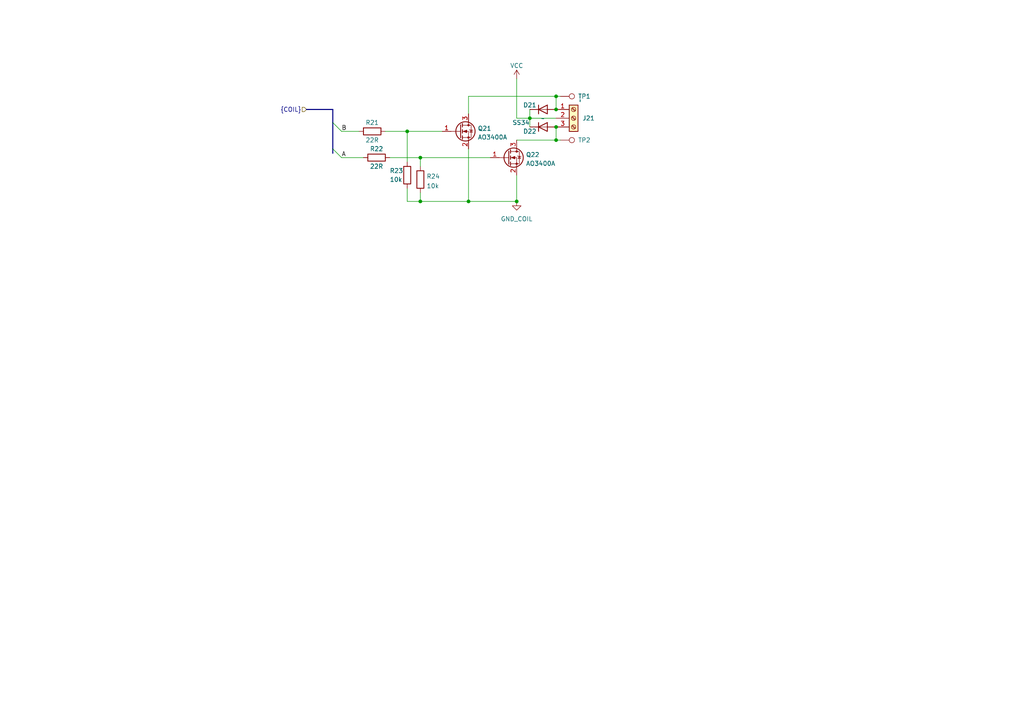
<source format=kicad_sch>
(kicad_sch (version 20231120) (generator "eeschema") (generator_version "8.0")
  (paper "A4")
  (lib_symbols
    (symbol "Connector:Screw_Terminal_01x03" (pin_names (offset 1.016) hide)
      (property "Reference" "J" (at 0 5.08 0))
      (property "Value" "Screw_Terminal_01x03" (at 0 -5.08 0))
      (symbol "Screw_Terminal_01x03_1_1"
        (rectangle (start -1.27 3.81) (end 1.27 -3.81) (stroke (width 0.254)) (fill (type background)))
        (circle (center 0 -2.54) (radius 0.635) (stroke (width 0.1524)))
        (polyline (pts (xy -0.5334 -2.2098) (xy 0.3302 -3.048)) (stroke (width 0.1524)))
        (polyline (pts (xy -0.5334 0.3302) (xy 0.3302 -0.508)) (stroke (width 0.1524)))
        (polyline (pts (xy -0.5334 2.8702) (xy 0.3302 2.032)) (stroke (width 0.1524)))
        (polyline (pts (xy -0.3556 -2.032) (xy 0.508 -2.8702)) (stroke (width 0.1524)))
        (polyline (pts (xy -0.3556 0.508) (xy 0.508 -0.3302)) (stroke (width 0.1524)))
        (polyline (pts (xy -0.3556 3.048) (xy 0.508 2.2098)) (stroke (width 0.1524)))
        (circle (center 0 0) (radius 0.635) (stroke (width 0.1524)))
        (circle (center 0 2.54) (radius 0.635) (stroke (width 0.1524)))
        (pin passive line (at -5.08 2.54 0) (length 3.81) (name "Pin_1") (number "1"))
        (pin passive line (at -5.08 0 0) (length 3.81) (name "Pin_2") (number "2"))
        (pin passive line (at -5.08 -2.54 0) (length 3.81) (name "Pin_3") (number "3"))
      )
    )
    (symbol "Connector:TestPoint" (pin_numbers hide) (pin_names (offset 0.762) hide)
      (property "Reference" "TP" (at 0 6.858 0))
      (property "Value" "TestPoint" (at 0 5.08 0))
      (symbol "TestPoint_0_1"
        (circle (center 0 3.302) (radius 0.762))
      )
      (symbol "TestPoint_1_1"
        (pin passive line (at 0 0 90) (length 2.54) (name "1") (number "1"))
      )
    )
    (symbol "Device:D" (pin_numbers hide) (pin_names (offset 1.016) hide)
      (property "Reference" "D" (at 0 2.54 0))
      (property "Value" "D" (at 0 -2.54 0))
      (symbol "D_0_1"
        (polyline (pts (xy -1.27 1.27) (xy -1.27 -1.27)) (stroke (width 0.254)))
        (polyline (pts (xy 1.27 0) (xy -1.27 0)))
        (polyline (pts (xy 1.27 1.27) (xy 1.27 -1.27) (xy -1.27 0) (xy 1.27 1.27)) (stroke (width 0.254)))
      )
      (symbol "D_1_1"
        (pin passive line (at -3.81 0 0) (length 2.54) (name "K") (number "1"))
        (pin passive line (at 3.81 0 180) (length 2.54) (name "A") (number "2"))
      )
    )
    (symbol "Device:R" (pin_numbers hide) (pin_names (offset 0))
      (property "Reference" "R" (at 2.032 0 90))
      (property "Value" "R" (at 0 0 90))
      (symbol "R_0_1"
        (rectangle (start -1.016 -2.54) (end 1.016 2.54) (stroke (width 0.254)))
      )
      (symbol "R_1_1"
        (pin passive line (at 0 3.81 270) (length 1.27) (name "~") (number "1"))
        (pin passive line (at 0 -3.81 90) (length 1.27) (name "~") (number "2"))
      )
    )
    (symbol "Transistor_FET:AO3400A" (pin_names hide)
      (property "Reference" "Q" (at 5.08 1.905 0))
      (property "Value" "AO3400A" (at 5.08 0 0))
      (symbol "AO3400A_0_1"
        (polyline (pts (xy 0.254 0) (xy -2.54 0)))
        (polyline (pts (xy 0.254 1.905) (xy 0.254 -1.905)) (stroke (width 0.254)))
        (polyline (pts (xy 0.762 -1.27) (xy 0.762 -2.286)) (stroke (width 0.254)))
        (polyline (pts (xy 0.762 0.508) (xy 0.762 -0.508)) (stroke (width 0.254)))
        (polyline (pts (xy 0.762 2.286) (xy 0.762 1.27)) (stroke (width 0.254)))
        (polyline (pts (xy 2.54 2.54) (xy 2.54 1.778)))
        (polyline (pts (xy 2.54 -2.54) (xy 2.54 0) (xy 0.762 0)))
        (polyline (pts (xy 0.762 -1.778) (xy 3.302 -1.778) (xy 3.302 1.778) (xy 0.762 1.778)))
        (polyline (pts (xy 1.016 0) (xy 2.032 0.381) (xy 2.032 -0.381) (xy 1.016 0)) (fill (type outline)))
        (polyline (pts (xy 2.794 0.508) (xy 2.921 0.381) (xy 3.683 0.381) (xy 3.81 0.254)))
        (polyline (pts (xy 3.302 0.381) (xy 2.921 -0.254) (xy 3.683 -0.254) (xy 3.302 0.381)))
        (circle (center 1.651 0) (radius 2.794) (stroke (width 0.254)))
        (circle (center 2.54 -1.778) (radius 0.254) (fill (type outline)))
        (circle (center 2.54 1.778) (radius 0.254) (fill (type outline)))
      )
      (symbol "AO3400A_1_1"
        (pin input line (at -5.08 0 0) (length 2.54) (name "G") (number "1"))
        (pin passive line (at 2.54 -5.08 90) (length 2.54) (name "S") (number "2"))
        (pin passive line (at 2.54 5.08 270) (length 2.54) (name "D") (number "3"))
      )
    )
    (symbol "power:GND" (power) (pin_numbers hide) (pin_names (offset 0) hide)
      (property "Value" "GND" (at 0 -3.81 0))
      (symbol "GND_0_1"
        (polyline (pts (xy 0 0) (xy 0 -1.27) (xy 1.27 -1.27) (xy 0 -2.54) (xy -1.27 -1.27) (xy 0 -1.27)))
      )
      (symbol "GND_1_1"
        (pin power_in line (at 0 0 270) (length 0) (name "~") (number "1"))
      )
    )
    (symbol "power:VCC" (power) (pin_numbers hide) (pin_names (offset 0) hide)
      (property "Value" "VCC" (at 0 3.556 0))
      (symbol "VCC_0_1"
        (polyline (pts (xy -0.762 1.27) (xy 0 2.54)))
        (polyline (pts (xy 0 0) (xy 0 2.54)))
        (polyline (pts (xy 0 2.54) (xy 0.762 1.27)))
      )
      (symbol "VCC_1_1"
        (pin power_in line (at 0 0 90) (length 0) (name "~") (number "1"))
      )
    )
  )
  (junction (at 161.29 27.94))
  (junction (at 153.67 34.29))
  (junction (at 149.86 58.42))
  (junction (at 135.89 58.42))
  (junction (at 121.92 58.42))
  (junction (at 121.92 45.72))
  (junction (at 161.29 31.75))
  (junction (at 161.29 36.83))
  (junction (at 118.11 38.1))
  (junction (at 161.29 40.64))
  (bus_entry (at 96.52 35.56) (size 2.54 2.54))
  (bus_entry (at 96.52 43.18) (size 2.54 2.54))
  (wire (pts (xy 118.11 58.42) (xy 121.92 58.42)))
  (wire (pts (xy 149.86 22.86) (xy 149.86 34.29)))
  (wire (pts (xy 99.06 38.1) (xy 104.14 38.1)))
  (wire (pts (xy 121.92 58.42) (xy 135.89 58.42)))
  (wire (pts (xy 118.11 38.1) (xy 128.27 38.1)))
  (bus (pts (xy 96.52 44.45) (xy 96.52 43.18)))
  (wire (pts (xy 118.11 38.1) (xy 118.11 46.99)))
  (wire (pts (xy 118.11 54.61) (xy 118.11 58.42)))
  (wire (pts (xy 121.92 48.26) (xy 121.92 45.72)))
  (wire (pts (xy 153.67 31.75) (xy 153.67 34.29)))
  (wire (pts (xy 111.76 38.1) (xy 118.11 38.1)))
  (bus (pts (xy 96.52 35.56) (xy 96.52 31.75)))
  (wire (pts (xy 113.03 45.72) (xy 121.92 45.72)))
  (wire (pts (xy 99.06 45.72) (xy 105.41 45.72)))
  (bus (pts (xy 96.52 43.18) (xy 96.52 35.56)))
  (wire (pts (xy 161.29 36.83) (xy 161.29 40.64)))
  (wire (pts (xy 135.89 27.94) (xy 161.29 27.94)))
  (wire (pts (xy 121.92 45.72) (xy 142.24 45.72)))
  (wire (pts (xy 153.67 34.29) (xy 153.67 36.83)))
  (wire (pts (xy 161.29 27.94) (xy 161.29 31.75)))
  (wire (pts (xy 149.86 40.64) (xy 161.29 40.64)))
  (wire (pts (xy 135.89 58.42) (xy 149.86 58.42)))
  (bus (pts (xy 88.9 31.75) (xy 96.52 31.75)))
  (wire (pts (xy 121.92 55.88) (xy 121.92 58.42)))
  (wire (pts (xy 149.86 50.8) (xy 149.86 58.42)))
  (wire (pts (xy 161.29 40.64) (xy 162.56 40.64)))
  (wire (pts (xy 161.29 27.94) (xy 162.56 27.94)))
  (wire (pts (xy 149.86 34.29) (xy 153.67 34.29)))
  (wire (pts (xy 135.89 43.18) (xy 135.89 58.42)))
  (wire (pts (xy 153.67 34.29) (xy 161.29 34.29)))
  (wire (pts (xy 135.89 27.94) (xy 135.89 33.02)))
  (label "B" (at 99.06 38.1 0))
  (label "A" (at 99.06 45.72 0))
  (hierarchical_label "{COIL}" (shape input) (at 88.9 31.75 180))
  (symbol (lib_id "Device:R") (at 121.92 52.07 180) (unit 1)
    (property "Reference" "R24" (at 123.698 51.1615 0) (effects (justify right)))
    (property "Value" "10k" (at 123.698 53.9366 0) (effects (justify right)))
    (property "Footprint" "Resistor_SMD:R_0603_1608Metric_Pad0.98x0.95mm_HandSolder" (effects (hide yes)))
    (property "JLCPCB Part#" "C25804" (effects (hide yes)))
    (instances (project "solenoidDecoder" (path "" (reference "R24") (unit 1)) (path "" (reference "R14") (unit 1)) (path "" (reference "R34") (unit 1)) (path "" (reference "R74") (unit 1)) (path "" (reference "R44") (unit 1)) (path "" (reference "R64") (unit 1)) (path "" (reference "R54") (unit 1)) (path "" (reference "R84") (unit 1))))
  )
  (symbol (lib_id "Connector:TestPoint") (at 162.56 27.94 270) (unit 1)
    (property "Reference" "TP1" (at 167.64 27.94 90) (effects (justify left)))
    (property "Value" "TestPoint" (effects (hide yes)))
    (property "Footprint" "custom_kicad_lib_sk:pogoTestPad" (effects (hide yes)))
    (property "Description" "test point" (effects (hide yes)))
    (instances (project "solenoidDecoder" (path "" (reference "TP1") (unit 1)) (path "" (reference "TP3") (unit 1)) (path "" (reference "TP5") (unit 1)) (path "" (reference "TP13") (unit 1)) (path "" (reference "TP7") (unit 1)) (path "" (reference "TP11") (unit 1)) (path "" (reference "TP9") (unit 1)) (path "" (reference "TP15") (unit 1))))
  )
  (symbol (lib_id "Device:D") (at 157.48 36.83 0) (unit 1)
    (property "Reference" "D22" (at 153.67 38.1 0))
    (property "Value" "~" (at 157.48 34.3686 0))
    (property "Footprint" "Diode_SMD:D_SMA" (effects (hide yes)))
    (property "JLCPCB Part#" "C8678" (effects (hide yes)))
    (instances (project "solenoidDecoder" (path "" (reference "D22") (unit 1)) (path "" (reference "D12") (unit 1)) (path "" (reference "D32") (unit 1)) (path "" (reference "D72") (unit 1)) (path "" (reference "D42") (unit 1)) (path "" (reference "D62") (unit 1)) (path "" (reference "D52") (unit 1)) (path "" (reference "D82") (unit 1))))
  )
  (symbol (lib_id "Connector:TestPoint") (at 162.56 40.64 270) (unit 1)
    (property "Reference" "TP2" (at 167.64 40.64 90) (effects (justify left)))
    (property "Value" "TestPoint" (effects (hide yes)))
    (property "Footprint" "custom_kicad_lib_sk:pogoTestPad" (effects (hide yes)))
    (property "Description" "test point" (effects (hide yes)))
    (instances (project "solenoidDecoder" (path "" (reference "TP2") (unit 1)) (path "" (reference "TP4") (unit 1)) (path "" (reference "TP6") (unit 1)) (path "" (reference "TP14") (unit 1)) (path "" (reference "TP8") (unit 1)) (path "" (reference "TP12") (unit 1)) (path "" (reference "TP10") (unit 1)) (path "" (reference "TP16") (unit 1))))
  )
  (symbol (lib_id "Connector:Screw_Terminal_01x03") (at 166.37 34.29 0) (unit 1)
    (property "Reference" "J21" (at 168.91 34.29 0) (effects (justify left)))
    (property "Value" "~" (at 168.2366 29.718 90) (effects (justify left)))
    (property "Footprint" "Connector_Phoenix_MC:PhoenixContact_MC_1,5_3-G-3.5_1x03_P3.50mm_Horizontal" (effects (hide yes)))
    (property "JLCPCB Part#" "C880573" (effects (hide yes)))
    (instances (project "solenoidDecoder" (path "" (reference "J21") (unit 1)) (path "" (reference "J11") (unit 1)) (path "" (reference "J31") (unit 1)) (path "" (reference "J71") (unit 1)) (path "" (reference "J41") (unit 1)) (path "" (reference "J61") (unit 1)) (path "" (reference "J51") (unit 1)) (path "" (reference "J81") (unit 1))))
  )
  (symbol (lib_id "power:VCC") (at 149.86 22.86 0) (unit 1)
    (property "Reference" "#PWR0401" (effects (hide yes)))
    (property "Value" "VCC" (at 149.86 19.05 0))
    (property "Description" "Power symbol creates a global label with name \"VCC\"" (effects (hide yes)))
    (instances (project "solenoidDecoder" (path "" (reference "#PWR0401") (unit 1)) (path "" (reference "#PWR0601") (unit 1)) (path "" (reference "#PWR0701") (unit 1)) (path "" (reference "#PWR01101") (unit 1)) (path "" (reference "#PWR0801") (unit 1)) (path "" (reference "#PWR01001") (unit 1)) (path "" (reference "#PWR0901") (unit 1)) (path "" (reference "#PWR01201") (unit 1))))
  )
  (symbol (lib_id "Transistor_FET:AO3400A") (at 133.35 38.1 0) (unit 1)
    (property "Reference" "Q21" (at 138.557 37.2653 0) (effects (justify left)))
    (property "Value" "AO3400A" (at 138.557 39.8022 0) (effects (justify left)))
    (property "Footprint" "Package_TO_SOT_SMD:SOT-23" (effects (hide yes)))
    (property "Datasheet" "http://www.aosmd.com/pdfs/datasheet/AO3400A.pdf" (effects (hide yes)))
    (property "JLCPCB Part#" "C20917" (effects (hide yes)))
    (instances (project "solenoidDecoder" (path "" (reference "Q21") (unit 1)) (path "" (reference "Q11") (unit 1)) (path "" (reference "Q31") (unit 1)) (path "" (reference "Q71") (unit 1)) (path "" (reference "Q41") (unit 1)) (path "" (reference "Q61") (unit 1)) (path "" (reference "Q51") (unit 1)) (path "" (reference "Q81") (unit 1))))
  )
  (symbol (lib_id "Device:D") (at 157.48 31.75 0) (unit 1)
    (property "Reference" "D21" (at 153.67 30.48 0))
    (property "Value" "SS34" (at 151.13 35.56 0))
    (property "Footprint" "Diode_SMD:D_SMA" (effects (hide yes)))
    (property "JLCPCB Part#" "C8678" (effects (hide yes)))
    (instances (project "solenoidDecoder" (path "" (reference "D21") (unit 1)) (path "" (reference "D11") (unit 1)) (path "" (reference "D31") (unit 1)) (path "" (reference "D71") (unit 1)) (path "" (reference "D41") (unit 1)) (path "" (reference "D61") (unit 1)) (path "" (reference "D51") (unit 1)) (path "" (reference "D81") (unit 1))))
  )
  (symbol (lib_id "Device:R") (at 118.11 50.8 180) (unit 1)
    (property "Reference" "R23" (at 113.03 49.53 0) (effects (justify right)))
    (property "Value" "10k" (at 113.03 52.07 0) (effects (justify right)))
    (property "Footprint" "Resistor_SMD:R_0603_1608Metric_Pad0.98x0.95mm_HandSolder" (effects (hide yes)))
    (property "JLCPCB Part#" "C25804" (effects (hide yes)))
    (instances (project "solenoidDecoder" (path "" (reference "R23") (unit 1)) (path "" (reference "R13") (unit 1)) (path "" (reference "R33") (unit 1)) (path "" (reference "R73") (unit 1)) (path "" (reference "R43") (unit 1)) (path "" (reference "R63") (unit 1)) (path "" (reference "R53") (unit 1)) (path "" (reference "R83") (unit 1))))
  )
  (symbol (lib_id "Transistor_FET:AO3400A") (at 147.32 45.72 0) (unit 1)
    (property "Reference" "Q22" (at 152.527 44.8853 0) (effects (justify left)))
    (property "Value" "AO3400A" (at 152.527 47.4222 0) (effects (justify left)))
    (property "Footprint" "Package_TO_SOT_SMD:SOT-23" (effects (hide yes)))
    (property "Datasheet" "http://www.aosmd.com/pdfs/datasheet/AO3400A.pdf" (effects (hide yes)))
    (property "JLCPCB Part#" "C20917" (effects (hide yes)))
    (instances (project "solenoidDecoder" (path "" (reference "Q22") (unit 1)) (path "" (reference "Q12") (unit 1)) (path "" (reference "Q32") (unit 1)) (path "" (reference "Q72") (unit 1)) (path "" (reference "Q42") (unit 1)) (path "" (reference "Q62") (unit 1)) (path "" (reference "Q52") (unit 1)) (path "" (reference "Q82") (unit 1))))
  )
  (symbol (lib_id "Device:R") (at 109.22 45.72 90) (unit 1)
    (property "Reference" "R22" (at 109.22 43.18 90))
    (property "Value" "22R" (at 109.22 48.26 90))
    (property "Footprint" "Resistor_SMD:R_0603_1608Metric_Pad0.98x0.95mm_HandSolder" (effects (hide yes)))
    (property "JLCPCB Part#" "C23345" (effects (hide yes)))
    (instances (project "solenoidDecoder" (path "" (reference "R22") (unit 1)) (path "" (reference "R12") (unit 1)) (path "" (reference "R32") (unit 1)) (path "" (reference "R72") (unit 1)) (path "" (reference "R42") (unit 1)) (path "" (reference "R62") (unit 1)) (path "" (reference "R52") (unit 1)) (path "" (reference "R82") (unit 1))))
  )
  (symbol (lib_id "Device:R") (at 107.95 38.1 90) (unit 1)
    (property "Reference" "R21" (at 107.95 35.56 90))
    (property "Value" "22R" (at 107.95 40.64 90))
    (property "Footprint" "Resistor_SMD:R_0603_1608Metric_Pad0.98x0.95mm_HandSolder" (effects (hide yes)))
    (property "JLCPCB Part#" "C23345" (effects (hide yes)))
    (instances (project "solenoidDecoder" (path "" (reference "R21") (unit 1)) (path "" (reference "R11") (unit 1)) (path "" (reference "R31") (unit 1)) (path "" (reference "R71") (unit 1)) (path "" (reference "R41") (unit 1)) (path "" (reference "R61") (unit 1)) (path "" (reference "R51") (unit 1)) (path "" (reference "R81") (unit 1))))
  )
  (symbol (lib_id "power:GND") (at 149.86 58.42 0) (unit 1)
    (property "Reference" "#PWR0402" (effects (hide yes)))
    (property "Value" "GND_COIL" (at 149.86 63.5 0))
    (property "Description" "Power symbol creates a global label with name \"GND\" , ground" (effects (hide yes)))
    (instances (project "solenoidDecoder" (path "" (reference "#PWR0402") (unit 1)) (path "" (reference "#PWR0602") (unit 1)) (path "" (reference "#PWR0702") (unit 1)) (path "" (reference "#PWR01102") (unit 1)) (path "" (reference "#PWR0802") (unit 1)) (path "" (reference "#PWR01002") (unit 1)) (path "" (reference "#PWR0902") (unit 1)) (path "" (reference "#PWR01202") (unit 1))))
  )
)
</source>
